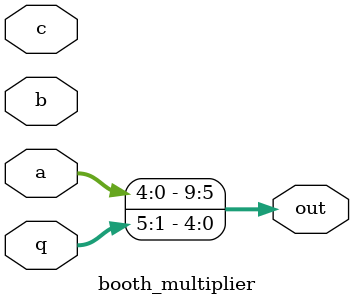
<source format=v>
`timescale 1ns / 1ps
module booth_multiplier(
    input [4:0] a,
    input [4:0] b,
    input [5:0] q,
    input [2:0] c,
    output [9:0] out
    ); 
	 
	 assign out = {{a[4:0]}, {q[5:1]}}; 
endmodule

</source>
